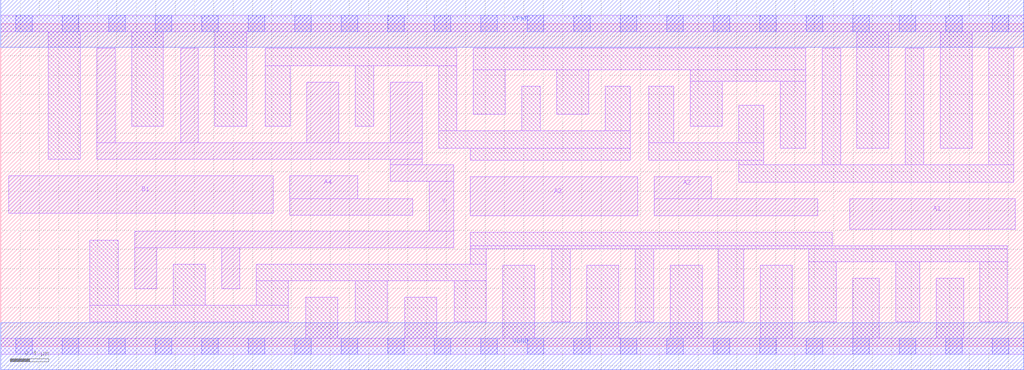
<source format=lef>
# Copyright 2020 The SkyWater PDK Authors
#
# Licensed under the Apache License, Version 2.0 (the "License");
# you may not use this file except in compliance with the License.
# You may obtain a copy of the License at
#
#     https://www.apache.org/licenses/LICENSE-2.0
#
# Unless required by applicable law or agreed to in writing, software
# distributed under the License is distributed on an "AS IS" BASIS,
# WITHOUT WARRANTIES OR CONDITIONS OF ANY KIND, either express or implied.
# See the License for the specific language governing permissions and
# limitations under the License.
#
# SPDX-License-Identifier: Apache-2.0

VERSION 5.7 ;
  NOWIREEXTENSIONATPIN ON ;
  DIVIDERCHAR "/" ;
  BUSBITCHARS "[]" ;
UNITS
  DATABASE MICRONS 200 ;
END UNITS
MACRO sky130_fd_sc_lp__o41ai_4
  CLASS CORE ;
  FOREIGN sky130_fd_sc_lp__o41ai_4 ;
  ORIGIN  0.000000  0.000000 ;
  SIZE  10.56000 BY  3.330000 ;
  SYMMETRY X Y R90 ;
  SITE unit ;
  PIN A1
    ANTENNAGATEAREA  1.260000 ;
    DIRECTION INPUT ;
    USE SIGNAL ;
    PORT
      LAYER li1 ;
        RECT 8.765000 1.210000 10.475000 1.525000 ;
    END
  END A1
  PIN A2
    ANTENNAGATEAREA  1.260000 ;
    DIRECTION INPUT ;
    USE SIGNAL ;
    PORT
      LAYER li1 ;
        RECT 6.745000 1.345000 8.435000 1.525000 ;
        RECT 6.745000 1.525000 7.335000 1.750000 ;
    END
  END A2
  PIN A3
    ANTENNAGATEAREA  1.260000 ;
    DIRECTION INPUT ;
    USE SIGNAL ;
    PORT
      LAYER li1 ;
        RECT 4.845000 1.345000 6.575000 1.750000 ;
    END
  END A3
  PIN A4
    ANTENNAGATEAREA  1.260000 ;
    DIRECTION INPUT ;
    USE SIGNAL ;
    PORT
      LAYER li1 ;
        RECT 2.985000 1.355000 4.255000 1.525000 ;
        RECT 2.985000 1.525000 3.685000 1.760000 ;
    END
  END A4
  PIN B1
    ANTENNAGATEAREA  1.260000 ;
    DIRECTION INPUT ;
    USE SIGNAL ;
    PORT
      LAYER li1 ;
        RECT 0.085000 1.375000 2.815000 1.760000 ;
    END
  END B1
  PIN Y
    ANTENNADIFFAREA  1.881600 ;
    DIRECTION OUTPUT ;
    USE SIGNAL ;
    PORT
      LAYER li1 ;
        RECT 0.990000 1.930000 4.350000 2.100000 ;
        RECT 0.990000 2.100000 1.180000 3.075000 ;
        RECT 1.385000 0.595000 1.610000 1.015000 ;
        RECT 1.385000 1.015000 4.675000 1.185000 ;
        RECT 1.860000 2.100000 2.040000 3.075000 ;
        RECT 2.280000 0.595000 2.470000 1.015000 ;
        RECT 3.160000 2.100000 3.490000 2.725000 ;
        RECT 4.020000 1.705000 4.675000 1.875000 ;
        RECT 4.020000 1.875000 4.350000 1.930000 ;
        RECT 4.020000 2.100000 4.350000 2.725000 ;
        RECT 4.425000 1.185000 4.675000 1.705000 ;
    END
  END Y
  PIN VGND
    DIRECTION INOUT ;
    USE GROUND ;
    PORT
      LAYER met1 ;
        RECT 0.000000 -0.245000 10.560000 0.245000 ;
    END
  END VGND
  PIN VPWR
    DIRECTION INOUT ;
    USE POWER ;
    PORT
      LAYER met1 ;
        RECT 0.000000 3.085000 10.560000 3.575000 ;
    END
  END VPWR
  OBS
    LAYER li1 ;
      RECT  0.000000 -0.085000 10.560000 0.085000 ;
      RECT  0.000000  3.245000 10.560000 3.415000 ;
      RECT  0.490000  1.930000  0.820000 3.245000 ;
      RECT  0.920000  0.255000  2.970000 0.425000 ;
      RECT  0.920000  0.425000  1.215000 1.095000 ;
      RECT  1.350000  2.270000  1.680000 3.245000 ;
      RECT  1.780000  0.425000  2.110000 0.845000 ;
      RECT  2.210000  2.270000  2.540000 3.245000 ;
      RECT  2.640000  0.425000  2.970000 0.675000 ;
      RECT  2.640000  0.675000  5.015000 0.845000 ;
      RECT  2.730000  2.270000  2.990000 2.895000 ;
      RECT  2.730000  2.895000  4.710000 3.075000 ;
      RECT  3.150000  0.085000  3.480000 0.505000 ;
      RECT  3.660000  0.255000  3.990000 0.675000 ;
      RECT  3.660000  2.270000  3.850000 2.895000 ;
      RECT  4.170000  0.085000  4.500000 0.505000 ;
      RECT  4.520000  2.045000  6.500000 2.225000 ;
      RECT  4.520000  2.225000  4.710000 2.895000 ;
      RECT  4.680000  0.255000  5.015000 0.675000 ;
      RECT  4.845000  0.845000  5.015000 1.005000 ;
      RECT  4.845000  1.005000 10.390000 1.040000 ;
      RECT  4.845000  1.040000  8.585000 1.175000 ;
      RECT  4.845000  1.920000  6.500000 2.045000 ;
      RECT  4.880000  2.395000  5.210000 2.855000 ;
      RECT  4.880000  2.855000  8.310000 3.075000 ;
      RECT  5.185000  0.085000  5.515000 0.835000 ;
      RECT  5.380000  2.225000  5.570000 2.685000 ;
      RECT  5.690000  0.255000  5.880000 1.005000 ;
      RECT  5.740000  2.395000  6.070000 2.855000 ;
      RECT  6.050000  0.085000  6.380000 0.835000 ;
      RECT  6.240000  2.225000  6.500000 2.685000 ;
      RECT  6.550000  0.255000  6.740000 1.005000 ;
      RECT  6.690000  1.920000  7.880000 2.100000 ;
      RECT  6.690000  2.100000  6.950000 2.685000 ;
      RECT  6.910000  0.085000  7.240000 0.835000 ;
      RECT  7.120000  2.270000  7.450000 2.735000 ;
      RECT  7.120000  2.735000  8.310000 2.855000 ;
      RECT  7.410000  0.255000  7.670000 1.005000 ;
      RECT  7.620000  1.695000 10.460000 1.875000 ;
      RECT  7.620000  1.875000  7.880000 1.920000 ;
      RECT  7.620000  2.100000  7.880000 2.490000 ;
      RECT  7.840000  0.085000  8.170000 0.835000 ;
      RECT  8.050000  2.045000  8.310000 2.735000 ;
      RECT  8.340000  0.255000  8.625000 0.870000 ;
      RECT  8.340000  0.870000 10.390000 1.005000 ;
      RECT  8.480000  1.875000  8.670000 3.075000 ;
      RECT  8.795000  0.085000  9.070000 0.700000 ;
      RECT  8.840000  2.045000  9.170000 3.245000 ;
      RECT  9.240000  0.255000  9.490000 0.870000 ;
      RECT  9.340000  1.875000  9.530000 3.075000 ;
      RECT  9.660000  0.085000  9.940000 0.700000 ;
      RECT  9.700000  2.045000 10.030000 3.245000 ;
      RECT 10.110000  0.255000 10.390000 0.870000 ;
      RECT 10.200000  1.875000 10.460000 3.075000 ;
    LAYER mcon ;
      RECT  0.155000 -0.085000  0.325000 0.085000 ;
      RECT  0.155000  3.245000  0.325000 3.415000 ;
      RECT  0.635000 -0.085000  0.805000 0.085000 ;
      RECT  0.635000  3.245000  0.805000 3.415000 ;
      RECT  1.115000 -0.085000  1.285000 0.085000 ;
      RECT  1.115000  3.245000  1.285000 3.415000 ;
      RECT  1.595000 -0.085000  1.765000 0.085000 ;
      RECT  1.595000  3.245000  1.765000 3.415000 ;
      RECT  2.075000 -0.085000  2.245000 0.085000 ;
      RECT  2.075000  3.245000  2.245000 3.415000 ;
      RECT  2.555000 -0.085000  2.725000 0.085000 ;
      RECT  2.555000  3.245000  2.725000 3.415000 ;
      RECT  3.035000 -0.085000  3.205000 0.085000 ;
      RECT  3.035000  3.245000  3.205000 3.415000 ;
      RECT  3.515000 -0.085000  3.685000 0.085000 ;
      RECT  3.515000  3.245000  3.685000 3.415000 ;
      RECT  3.995000 -0.085000  4.165000 0.085000 ;
      RECT  3.995000  3.245000  4.165000 3.415000 ;
      RECT  4.475000 -0.085000  4.645000 0.085000 ;
      RECT  4.475000  3.245000  4.645000 3.415000 ;
      RECT  4.955000 -0.085000  5.125000 0.085000 ;
      RECT  4.955000  3.245000  5.125000 3.415000 ;
      RECT  5.435000 -0.085000  5.605000 0.085000 ;
      RECT  5.435000  3.245000  5.605000 3.415000 ;
      RECT  5.915000 -0.085000  6.085000 0.085000 ;
      RECT  5.915000  3.245000  6.085000 3.415000 ;
      RECT  6.395000 -0.085000  6.565000 0.085000 ;
      RECT  6.395000  3.245000  6.565000 3.415000 ;
      RECT  6.875000 -0.085000  7.045000 0.085000 ;
      RECT  6.875000  3.245000  7.045000 3.415000 ;
      RECT  7.355000 -0.085000  7.525000 0.085000 ;
      RECT  7.355000  3.245000  7.525000 3.415000 ;
      RECT  7.835000 -0.085000  8.005000 0.085000 ;
      RECT  7.835000  3.245000  8.005000 3.415000 ;
      RECT  8.315000 -0.085000  8.485000 0.085000 ;
      RECT  8.315000  3.245000  8.485000 3.415000 ;
      RECT  8.795000 -0.085000  8.965000 0.085000 ;
      RECT  8.795000  3.245000  8.965000 3.415000 ;
      RECT  9.275000 -0.085000  9.445000 0.085000 ;
      RECT  9.275000  3.245000  9.445000 3.415000 ;
      RECT  9.755000 -0.085000  9.925000 0.085000 ;
      RECT  9.755000  3.245000  9.925000 3.415000 ;
      RECT 10.235000 -0.085000 10.405000 0.085000 ;
      RECT 10.235000  3.245000 10.405000 3.415000 ;
  END
END sky130_fd_sc_lp__o41ai_4
END LIBRARY

</source>
